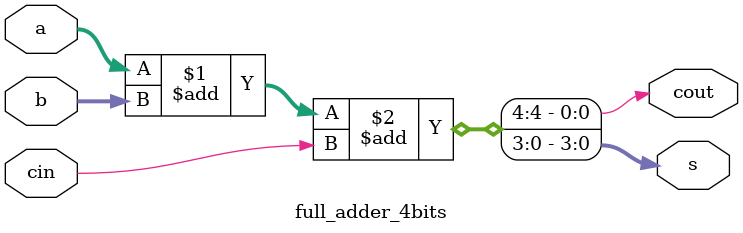
<source format=v>


`timescale 1ns/1ps

module full_adder_4bits
#( parameter N = 4 )                      // Parâmetro de largura (default 4)
(
    input  wire [N-1:0] a,               // Primeiro operando N bits
    input  wire [N-1:0] b,               // Segundo  operando N bits
    input  wire         cin,             // Carry-in
    output wire [N-1:0] s,               // Soma N bits
    output wire         cout             // Carry-out
);
    // Atribuição contínua: concatenação captura carry e soma de uma vez.
    assign {cout, s} = a + b + cin;      // Vetor {carry, soma}
endmodule

</source>
